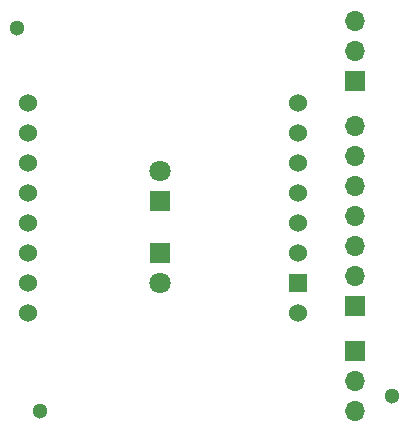
<source format=gbr>
%TF.GenerationSoftware,KiCad,Pcbnew,(6.0.6)*%
%TF.CreationDate,2022-12-26T19:12:46+01:00*%
%TF.ProjectId,ESPkamstrup,4553506b-616d-4737-9472-75702e6b6963,rev?*%
%TF.SameCoordinates,Original*%
%TF.FileFunction,Soldermask,Bot*%
%TF.FilePolarity,Negative*%
%FSLAX46Y46*%
G04 Gerber Fmt 4.6, Leading zero omitted, Abs format (unit mm)*
G04 Created by KiCad (PCBNEW (6.0.6)) date 2022-12-26 19:12:46*
%MOMM*%
%LPD*%
G01*
G04 APERTURE LIST*
%ADD10R,1.700000X1.700000*%
%ADD11O,1.700000X1.700000*%
%ADD12C,1.524000*%
%ADD13R,1.524000X1.524000*%
%ADD14C,1.300000*%
%ADD15R,1.800000X1.800000*%
%ADD16C,1.800000*%
G04 APERTURE END LIST*
D10*
%TO.C,J1*%
X155575000Y-93360000D03*
D11*
X155575000Y-95900000D03*
X155575000Y-98440000D03*
%TD*%
D12*
%TO.C,U1*%
X127855000Y-72390000D03*
X127855000Y-74930000D03*
X127855000Y-77470000D03*
X127855000Y-80010000D03*
X127855000Y-82550000D03*
X127855000Y-85090000D03*
X127855000Y-87630000D03*
X127855000Y-90170000D03*
X150715000Y-90170000D03*
D13*
X150715000Y-87630000D03*
D12*
X150715000Y-85090000D03*
X150715000Y-82550000D03*
X150715000Y-80010000D03*
X150715000Y-77470000D03*
X150715000Y-74930000D03*
X150715000Y-72390000D03*
%TD*%
D10*
%TO.C,J3*%
X155575000Y-70485000D03*
D11*
X155575000Y-67945000D03*
X155575000Y-65405000D03*
%TD*%
D14*
%TO.C,*%
X128905000Y-98425000D03*
%TD*%
D10*
%TO.C,J2*%
X155575000Y-89535000D03*
D11*
X155575000Y-86995000D03*
X155575000Y-84455000D03*
X155575000Y-81915000D03*
X155575000Y-79375000D03*
X155575000Y-76835000D03*
X155575000Y-74295000D03*
%TD*%
D14*
%TO.C,*%
X158750000Y-97155000D03*
%TD*%
%TO.C,*%
X127000000Y-66040000D03*
%TD*%
D15*
%TO.C,D1*%
X139065000Y-80650000D03*
D16*
X139065000Y-78110000D03*
%TD*%
D15*
%TO.C,D2*%
X139065000Y-85090000D03*
D16*
X139065000Y-87630000D03*
%TD*%
M02*

</source>
